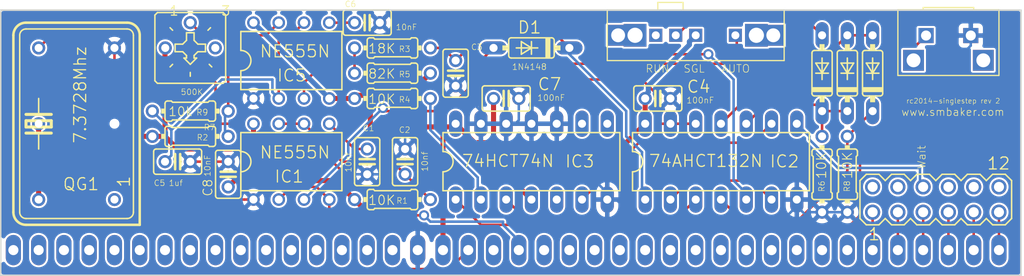
<source format=kicad_pcb>
(kicad_pcb (version 20171130) (host pcbnew 5.1.6)
  (layers (0 Top signal) (31 Bottom signal) (34 B.Paste user) (35 F.Paste user) (36 B.SilkS user) (37 F.SilkS user) (38 B.Mask user) (39 F.Mask user) (44 Edge.Cuts user))
  (net 0 "")
  (net 1 GND)
  (net 2 M1)
  (net 3 N$1)
  (net 4 N$4)
  (net 5 +5V)
  (net 6 N$6)
  (net 7 N$13)
  (net 8 N$14)
  (net 9 N$16)
  (net 10 WAIT)
  (net 11 N$2)
  (net 12 N$5)
  (net 13 N$7)
  (net 14 N$12)
  (net 15 ENABLE_AUTOSTEP)
  (net 16 N$15)
  (net 17 ENABLE_STEP)
  (net 18 N$3)
  (net 19 N$8)
  (net 20 N$9)
  (net 21 N$11)
  (net 22 N$17)
  (net 23 N$18)
  (net 24 N$19)
  (net 25 N$20)
  (net 26 N$21)
  (net 27 N$23)
  (net 28 N$22)
  (net 29 CLK)
  (module "" (layer Top) (at 108.6611 103.0936)
    (fp_text reference @HOLE0 hide)
    (fp_text value "" (at 0 0) (layer F.SilkS) (effects (font (size 1.27 1.27))))
    (pad "" np_thru_hole circle (at 0 0) (size 0.6 0.6) (drill 0.6) (layers *.Cu *.Mask))
  )
  (module e74063ff4c06439ef6c34559e91c7bf2:C025-025X050 (layer Top) (at 134.0611 106.9036 270)
    (fp_text reference C1 (at -3.0176 0.4571) (layer F.SilkS) (effects (font (size 0.57912 0.57912) (thickness 0.057912)) (justify left bottom)))
    (fp_text value 10nf (at -0.9856 2.2351 90) (layer F.SilkS) (effects (font (size 0.6 0.6) (thickness 0.06)) (justify right top)))
    (pad 2 thru_hole circle (at 1.27 0 270) (size 1.3208 1.3208) (drill 0.8128) (layers *.Cu *.Mask) (net 1 GND))
    (pad 1 thru_hole circle (at -1.27 0 270) (size 1.3208 1.3208) (drill 0.8128) (layers *.Cu *.Mask) (net 3 N$1))
  )
  (module e74063ff4c06439ef6c34559e91c7bf2:C025-025X050 (layer Top) (at 137.8711 106.9036 90)
    (fp_text reference C2 (at 3.5256 0.5589) (layer F.SilkS) (effects (font (size 0.57912 0.57912) (thickness 0.057912)) (justify right top)))
    (fp_text value 10nf (at -1.0464 2.3369 90) (layer F.SilkS) (effects (font (size 0.6 0.6) (thickness 0.06)) (justify left bottom)))
    (pad 2 thru_hole circle (at 1.27 0 90) (size 1.3208 1.3208) (drill 0.8128) (layers *.Cu *.Mask) (net 1 GND))
    (pad 1 thru_hole circle (at -1.27 0 90) (size 1.3208 1.3208) (drill 0.8128) (layers *.Cu *.Mask) (net 4 N$4))
  )
  (module e74063ff4c06439ef6c34559e91c7bf2:C025-025X050 (layer Top) (at 142.9511 98.0136 270)
    (fp_text reference C3 (at -2.286 -1.524) (layer F.SilkS) (effects (font (size 0.57912 0.57912) (thickness 0.057912)) (justify left bottom)))
    (fp_text value "")
    (pad 2 thru_hole circle (at 1.27 0 270) (size 1.3208 1.3208) (drill 0.8128) (layers *.Cu *.Mask) (net 1 GND))
    (pad 1 thru_hole circle (at -1.27 0 270) (size 1.3208 1.3208) (drill 0.8128) (layers *.Cu *.Mask) (net 19 N$8))
  )
  (module e74063ff4c06439ef6c34559e91c7bf2:C025-025X050 (layer Top) (at 115.0111 106.9036)
    (fp_text reference C5 (at -1.2191 1.8084) (layer F.SilkS) (effects (font (size 0.57912 0.57912) (thickness 0.057912)) (justify right top)))
    (fp_text value 1uf (at 0.5589 1.8084) (layer F.SilkS) (effects (font (size 0.57912 0.57912) (thickness 0.057912)) (justify right top)))
    (pad 2 thru_hole circle (at 1.27 0) (size 1.3208 1.3208) (drill 0.8128) (layers *.Cu *.Mask) (net 1 GND))
    (pad 1 thru_hole circle (at -1.27 0) (size 1.3208 1.3208) (drill 0.8128) (layers *.Cu *.Mask) (net 12 N$5))
  )
  (module e74063ff4c06439ef6c34559e91c7bf2:C025-025X050 (layer Top) (at 134.0611 92.9336)
    (fp_text reference C6 (at -2.286 -1.524) (layer F.SilkS) (effects (font (size 0.57912 0.57912) (thickness 0.057912)) (justify left bottom)))
    (fp_text value 10nF (at 2.8449 0.7924) (layer F.SilkS) (effects (font (size 0.57912 0.57912) (thickness 0.057912)) (justify left bottom)))
    (pad 2 thru_hole circle (at 1.27 0) (size 1.3208 1.3208) (drill 0.8128) (layers *.Cu *.Mask) (net 1 GND))
    (pad 1 thru_hole circle (at -1.27 0) (size 1.3208 1.3208) (drill 0.8128) (layers *.Cu *.Mask) (net 13 N$7))
  )
  (module e74063ff4c06439ef6c34559e91c7bf2:DO35-7 (layer Top) (at 150.5711 95.4736 180)
    (fp_text reference D1 (at -1.0669 2.7636 180) (layer F.SilkS) (effects (font (size 1.2065 1.2065) (thickness 0.127)) (justify right top)))
    (fp_text value 1N4148 (at -1.5749 -1.5544 180) (layer F.SilkS) (effects (font (size 0.6 0.6) (thickness 0.06)) (justify right top)))
    (pad A thru_hole oval (at 3.81 0 180) (size 2.6416 1.3208) (drill 0.8128) (layers *.Cu *.Mask) (net 18 N$3))
    (pad C thru_hole oval (at -3.81 0 180) (size 2.6416 1.3208) (drill 0.8128) (layers *.Cu *.Mask) (net 19 N$8))
  )
  (module e74063ff4c06439ef6c34559e91c7bf2:DIL08 (layer Top) (at 126.4411 106.9036)
    (fp_text reference IC1 (at 1.3209 0.7924) (layer F.SilkS) (effects (font (size 1.2065 1.2065) (thickness 0.12065)) (justify right top)))
    (fp_text value NE555N (at -3.2511 -0.2236) (layer F.SilkS) (effects (font (size 1.2065 1.2065) (thickness 0.12065)) (justify left bottom)))
    (pad 5 thru_hole circle (at 3.81 -3.81 90) (size 1.27 1.27) (drill 0.8128) (layers *.Cu *.Mask) (net 3 N$1))
    (pad 6 thru_hole circle (at 1.27 -3.81 90) (size 1.27 1.27) (drill 0.8128) (layers *.Cu *.Mask) (net 4 N$4))
    (pad 4 thru_hole circle (at 3.81 3.81 90) (size 1.27 1.27) (drill 0.8128) (layers *.Cu *.Mask) (net 2 M1))
    (pad 3 thru_hole circle (at 1.27 3.81 90) (size 1.27 1.27) (drill 0.8128) (layers *.Cu *.Mask) (net 6 N$6))
    (pad 8 thru_hole circle (at -3.81 -3.81 90) (size 1.27 1.27) (drill 0.8128) (layers *.Cu *.Mask) (net 5 +5V))
    (pad 7 thru_hole circle (at -1.27 -3.81 90) (size 1.27 1.27) (drill 0.8128) (layers *.Cu *.Mask) (net 4 N$4))
    (pad 2 thru_hole circle (at -1.27 3.81 90) (size 1.27 1.27) (drill 0.8128) (layers *.Cu *.Mask) (net 2 M1))
    (pad 1 thru_hole circle (at -3.81 3.81 90) (size 1.27 1.27) (drill 0.8128) (layers *.Cu *.Mask) (net 1 GND))
  )
  (module e74063ff4c06439ef6c34559e91c7bf2:DIL14 (layer Top) (at 169.6211 106.9036)
    (fp_text reference IC2 (at 7.9249 -0.7316) (layer F.SilkS) (effects (font (size 1.2065 1.2065) (thickness 0.12065)) (justify right top)))
    (fp_text value 74AHCT132N (at -7.3151 0.635) (layer F.SilkS) (effects (font (size 1.2065 1.2065) (thickness 0.12065)) (justify left bottom)))
    (pad 14 thru_hole oval (at -7.62 -3.81 90) (size 2.6416 1.3208) (drill 0.8128) (layers *.Cu *.Mask) (net 5 +5V))
    (pad 13 thru_hole oval (at -5.08 -3.81 90) (size 2.6416 1.3208) (drill 0.8128) (layers *.Cu *.Mask) (net 6 N$6))
    (pad 12 thru_hole oval (at -2.54 -3.81 90) (size 2.6416 1.3208) (drill 0.8128) (layers *.Cu *.Mask) (net 6 N$6))
    (pad 11 thru_hole oval (at 0 -3.81 90) (size 2.6416 1.3208) (drill 0.8128) (layers *.Cu *.Mask) (net 8 N$14))
    (pad 10 thru_hole oval (at 2.54 -3.81 90) (size 2.6416 1.3208) (drill 0.8128) (layers *.Cu *.Mask) (net 17 ENABLE_STEP))
    (pad 9 thru_hole oval (at 5.08 -3.81 90) (size 2.6416 1.3208) (drill 0.8128) (layers *.Cu *.Mask) (net 9 N$16))
    (pad 5 thru_hole oval (at 2.54 3.81 90) (size 2.6416 1.3208) (drill 0.8128) (layers *.Cu *.Mask) (net 14 N$12))
    (pad 6 thru_hole oval (at 5.08 3.81 90) (size 2.6416 1.3208) (drill 0.8128) (layers *.Cu *.Mask) (net 16 N$15))
    (pad 4 thru_hole oval (at 0 3.81 90) (size 2.6416 1.3208) (drill 0.8128) (layers *.Cu *.Mask) (net 15 ENABLE_AUTOSTEP))
    (pad 3 thru_hole oval (at -2.54 3.81 90) (size 2.6416 1.3208) (drill 0.8128) (layers *.Cu *.Mask) (net 20 N$9))
    (pad 8 thru_hole oval (at 7.62 -3.81 90) (size 2.6416 1.3208) (drill 0.8128) (layers *.Cu *.Mask) (net 10 WAIT))
    (pad 7 thru_hole oval (at 7.62 3.81 90) (size 2.6416 1.3208) (drill 0.8128) (layers *.Cu *.Mask) (net 1 GND))
    (pad 2 thru_hole oval (at -5.08 3.81 90) (size 2.6416 1.3208) (drill 0.8128) (layers *.Cu *.Mask) (net 16 N$15))
    (pad 1 thru_hole oval (at -7.62 3.81 90) (size 2.6416 1.3208) (drill 0.8128) (layers *.Cu *.Mask) (net 19 N$8))
  )
  (module e74063ff4c06439ef6c34559e91c7bf2:DIL14 (layer Top) (at 150.5711 106.9036)
    (fp_text reference IC3 (at 6.4009 -0.7316) (layer F.SilkS) (effects (font (size 1.2065 1.2065) (thickness 0.12065)) (justify right top)))
    (fp_text value 74HCT74N (at -7.0611 0.635) (layer F.SilkS) (effects (font (size 1.2065 1.2065) (thickness 0.12065)) (justify left bottom)))
    (pad 14 thru_hole oval (at -7.62 -3.81 90) (size 2.6416 1.3208) (drill 0.8128) (layers *.Cu *.Mask) (net 5 +5V))
    (pad 13 thru_hole oval (at -5.08 -3.81 90) (size 2.6416 1.3208) (drill 0.8128) (layers *.Cu *.Mask) (net 1 GND))
    (pad 12 thru_hole oval (at -2.54 -3.81 90) (size 2.6416 1.3208) (drill 0.8128) (layers *.Cu *.Mask) (net 1 GND))
    (pad 11 thru_hole oval (at 0 -3.81 90) (size 2.6416 1.3208) (drill 0.8128) (layers *.Cu *.Mask) (net 1 GND))
    (pad 10 thru_hole oval (at 2.54 -3.81 90) (size 2.6416 1.3208) (drill 0.8128) (layers *.Cu *.Mask) (net 1 GND))
    (pad 9 thru_hole oval (at 5.08 -3.81 90) (size 2.6416 1.3208) (drill 0.8128) (layers *.Cu *.Mask))
    (pad 5 thru_hole oval (at 2.54 3.81 90) (size 2.6416 1.3208) (drill 0.8128) (layers *.Cu *.Mask))
    (pad 6 thru_hole oval (at 5.08 3.81 90) (size 2.6416 1.3208) (drill 0.8128) (layers *.Cu *.Mask) (net 9 N$16))
    (pad 4 thru_hole oval (at 0 3.81 90) (size 2.6416 1.3208) (drill 0.8128) (layers *.Cu *.Mask) (net 5 +5V))
    (pad 3 thru_hole oval (at -2.54 3.81 90) (size 2.6416 1.3208) (drill 0.8128) (layers *.Cu *.Mask) (net 20 N$9))
    (pad 8 thru_hole oval (at 7.62 -3.81 90) (size 2.6416 1.3208) (drill 0.8128) (layers *.Cu *.Mask))
    (pad 7 thru_hole oval (at 7.62 3.81 90) (size 2.6416 1.3208) (drill 0.8128) (layers *.Cu *.Mask) (net 1 GND))
    (pad 2 thru_hole oval (at -5.08 3.81 90) (size 2.6416 1.3208) (drill 0.8128) (layers *.Cu *.Mask) (net 7 N$13))
    (pad 1 thru_hole oval (at -7.62 3.81 90) (size 2.6416 1.3208) (drill 0.8128) (layers *.Cu *.Mask) (net 8 N$14))
  )
  (module e74063ff4c06439ef6c34559e91c7bf2:DIL08 (layer Top) (at 126.4411 96.7436)
    (fp_text reference IC5 (at 1.5749 0.7924) (layer F.SilkS) (effects (font (size 1.2065 1.2065) (thickness 0.12065)) (justify right top)))
    (fp_text value NE555N (at -3.2511 -0.2236) (layer F.SilkS) (effects (font (size 1.2065 1.2065) (thickness 0.12065)) (justify left bottom)))
    (pad 5 thru_hole circle (at 3.81 -3.81 90) (size 1.27 1.27) (drill 0.8128) (layers *.Cu *.Mask) (net 13 N$7))
    (pad 6 thru_hole circle (at 1.27 -3.81 90) (size 1.27 1.27) (drill 0.8128) (layers *.Cu *.Mask) (net 12 N$5))
    (pad 4 thru_hole circle (at 3.81 3.81 90) (size 1.27 1.27) (drill 0.8128) (layers *.Cu *.Mask) (net 5 +5V))
    (pad 3 thru_hole circle (at 1.27 3.81 90) (size 1.27 1.27) (drill 0.8128) (layers *.Cu *.Mask) (net 14 N$12))
    (pad 8 thru_hole circle (at -3.81 -3.81 90) (size 1.27 1.27) (drill 0.8128) (layers *.Cu *.Mask) (net 5 +5V))
    (pad 7 thru_hole circle (at -1.27 -3.81 90) (size 1.27 1.27) (drill 0.8128) (layers *.Cu *.Mask) (net 11 N$2))
    (pad 2 thru_hole circle (at -1.27 3.81 90) (size 1.27 1.27) (drill 0.8128) (layers *.Cu *.Mask) (net 12 N$5))
    (pad 1 thru_hole circle (at -3.81 3.81 90) (size 1.27 1.27) (drill 0.8128) (layers *.Cu *.Mask) (net 1 GND))
  )
  (module e74063ff4c06439ef6c34559e91c7bf2:0204_7 (layer Top) (at 136.6011 110.7136 180)
    (fp_text reference R1 (at -1.5749 0.2236) (layer F.SilkS) (effects (font (size 0.57912 0.57912) (thickness 0.057912)) (justify right top)))
    (fp_text value 10K (at -0.3556 0.4826) (layer F.SilkS) (effects (font (size 0.94107 0.94107) (thickness 0.094107)) (justify right top)))
    (pad 2 thru_hole circle (at 3.81 0 180) (size 1.3208 1.3208) (drill 0.8128) (layers *.Cu *.Mask) (net 5 +5V))
    (pad 1 thru_hole circle (at -3.81 0 180) (size 1.3208 1.3208) (drill 0.8128) (layers *.Cu *.Mask) (net 4 N$4))
  )
  (module e74063ff4c06439ef6c34559e91c7bf2:0204_7 (layer Top) (at 116.2811 104.3636 180)
    (fp_text reference R2 (at -1.8289 0.2236) (layer F.SilkS) (effects (font (size 0.57912 0.57912) (thickness 0.057912)) (justify right top)))
    (fp_text value "")
    (pad 2 thru_hole circle (at 3.81 0 180) (size 1.3208 1.3208) (drill 0.8128) (layers *.Cu *.Mask) (net 5 +5V))
    (pad 1 thru_hole circle (at -3.81 0 180) (size 1.3208 1.3208) (drill 0.8128) (layers *.Cu *.Mask) (net 11 N$2))
  )
  (module e74063ff4c06439ef6c34559e91c7bf2:0204_7 (layer Top) (at 136.6011 95.4736 180)
    (fp_text reference R3 (at -1.8289 0.2236) (layer F.SilkS) (effects (font (size 0.57912 0.57912) (thickness 0.057912)) (justify right top)))
    (fp_text value 18K (at -0.3556 0.4826) (layer F.SilkS) (effects (font (size 0.94107 0.94107) (thickness 0.094107)) (justify right top)))
    (pad 2 thru_hole circle (at 3.81 0 180) (size 1.3208 1.3208) (drill 0.8128) (layers *.Cu *.Mask) (net 18 N$3))
    (pad 1 thru_hole circle (at -3.81 0 180) (size 1.3208 1.3208) (drill 0.8128) (layers *.Cu *.Mask) (net 19 N$8))
  )
  (module e74063ff4c06439ef6c34559e91c7bf2:0204_7 (layer Top) (at 136.6011 100.5536 180)
    (fp_text reference R4 (at -1.8289 0.2236) (layer F.SilkS) (effects (font (size 0.57912 0.57912) (thickness 0.057912)) (justify right top)))
    (fp_text value 10K (at -0.3556 0.4826) (layer F.SilkS) (effects (font (size 0.94107 0.94107) (thickness 0.094107)) (justify right top)))
    (pad 2 thru_hole circle (at 3.81 0 180) (size 1.3208 1.3208) (drill 0.8128) (layers *.Cu *.Mask) (net 5 +5V))
    (pad 1 thru_hole circle (at -3.81 0 180) (size 1.3208 1.3208) (drill 0.8128) (layers *.Cu *.Mask) (net 7 N$13))
  )
  (module e74063ff4c06439ef6c34559e91c7bf2:0204_7 (layer Top) (at 136.6011 98.0136 180)
    (fp_text reference R5 (at -1.8289 0.2236) (layer F.SilkS) (effects (font (size 0.57912 0.57912) (thickness 0.057912)) (justify right top)))
    (fp_text value 82K (at -0.3556 0.4826) (layer F.SilkS) (effects (font (size 0.94107 0.94107) (thickness 0.094107)) (justify right top)))
    (pad 2 thru_hole circle (at 3.81 0 180) (size 1.3208 1.3208) (drill 0.8128) (layers *.Cu *.Mask) (net 18 N$3))
    (pad 1 thru_hole circle (at -3.81 0 180) (size 1.3208 1.3208) (drill 0.8128) (layers *.Cu *.Mask) (net 5 +5V))
  )
  (module e74063ff4c06439ef6c34559e91c7bf2:0204_7 (layer Top) (at 116.2811 101.8236 180)
    (fp_text reference R7 (at -2.54 -1.2954) (layer F.SilkS) (effects (font (size 0.57912 0.57912) (thickness 0.057912)) (justify right top)))
    (fp_text value 10k (at -0.3049 0.4776) (layer F.SilkS) (effects (font (size 0.9 0.9) (thickness 0.09)) (justify right top)))
    (pad 2 thru_hole circle (at 3.81 0 180) (size 1.3208 1.3208) (drill 0.8128) (layers *.Cu *.Mask) (net 12 N$5))
    (pad 1 thru_hole circle (at -3.81 0 180) (size 1.3208 1.3208) (drill 0.8128) (layers *.Cu *.Mask) (net 11 N$2))
  )
  (module e74063ff4c06439ef6c34559e91c7bf2:MA06-2 (layer Top) (at 191.2111 110.7136)
    (fp_text reference SV1 hide)
    (fp_text value "")
    (fp_text user 12 (at 5.08 -2.921) (layer F.SilkS) (effects (font (size 1.2065 1.2065) (thickness 0.127)) (justify left bottom)))
    (fp_text user 1 (at -6.858 4.191) (layer F.SilkS) (effects (font (size 1.2065 1.2065) (thickness 0.127)) (justify left bottom)))
    (pad 12 thru_hole circle (at 6.35 -1.27) (size 1.524 1.524) (drill 1.016) (layers *.Cu *.Mask))
    (pad 10 thru_hole circle (at 3.81 -1.27) (size 1.524 1.524) (drill 1.016) (layers *.Cu *.Mask))
    (pad 8 thru_hole circle (at 1.27 -1.27) (size 1.524 1.524) (drill 1.016) (layers *.Cu *.Mask))
    (pad 6 thru_hole circle (at -1.27 -1.27) (size 1.524 1.524) (drill 1.016) (layers *.Cu *.Mask) (net 10 WAIT))
    (pad 4 thru_hole circle (at -3.81 -1.27) (size 1.524 1.524) (drill 1.016) (layers *.Cu *.Mask))
    (pad 2 thru_hole circle (at -6.35 -1.27) (size 1.524 1.524) (drill 1.016) (layers *.Cu *.Mask))
    (pad 11 thru_hole circle (at 6.35 1.27) (size 1.524 1.524) (drill 1.016) (layers *.Cu *.Mask) (net 21 N$11))
    (pad 9 thru_hole circle (at 3.81 1.27) (size 1.524 1.524) (drill 1.016) (layers *.Cu *.Mask) (net 22 N$17))
    (pad 7 thru_hole circle (at 1.27 1.27) (size 1.524 1.524) (drill 1.016) (layers *.Cu *.Mask) (net 23 N$18))
    (pad 5 thru_hole circle (at -1.27 1.27) (size 1.524 1.524) (drill 1.016) (layers *.Cu *.Mask) (net 24 N$19))
    (pad 3 thru_hole circle (at -3.81 1.27) (size 1.524 1.524) (drill 1.016) (layers *.Cu *.Mask) (net 25 N$20))
    (pad 1 thru_hole circle (at -6.35 1.27) (size 1.524 1.524) (drill 1.016) (layers *.Cu *.Mask) (net 26 N$21))
  )
  (module e74063ff4c06439ef6c34559e91c7bf2:SIP40 (layer Top) (at 146.7611 115.7936)
    (fp_text reference CON1 hide)
    (fp_text value " RC2014 Backplane" hide)
    (pad 21 thru_hole oval (at 2.54 0 90) (size 3.048 1.524) (drill 1.016) (layers *.Cu *.Mask) (net 29 CLK))
    (pad 22 thru_hole oval (at 5.08 0 90) (size 3.048 1.524) (drill 1.016) (layers *.Cu *.Mask))
    (pad 23 thru_hole oval (at 7.62 0 90) (size 3.048 1.524) (drill 1.016) (layers *.Cu *.Mask))
    (pad 24 thru_hole oval (at 10.16 0 90) (size 3.048 1.524) (drill 1.016) (layers *.Cu *.Mask))
    (pad 25 thru_hole oval (at 12.7 0 90) (size 3.048 1.524) (drill 1.016) (layers *.Cu *.Mask))
    (pad 26 thru_hole oval (at 15.24 0 90) (size 3.048 1.524) (drill 1.016) (layers *.Cu *.Mask))
    (pad 27 thru_hole oval (at 17.78 0 90) (size 3.048 1.524) (drill 1.016) (layers *.Cu *.Mask))
    (pad 28 thru_hole oval (at 20.32 0 90) (size 3.048 1.524) (drill 1.016) (layers *.Cu *.Mask))
    (pad 29 thru_hole oval (at 22.86 0 90) (size 3.048 1.524) (drill 1.016) (layers *.Cu *.Mask))
    (pad 30 thru_hole oval (at 25.4 0 90) (size 3.048 1.524) (drill 1.016) (layers *.Cu *.Mask))
    (pad 31 thru_hole oval (at 27.94 0 90) (size 3.048 1.524) (drill 1.016) (layers *.Cu *.Mask))
    (pad 32 thru_hole oval (at 30.48 0 90) (size 3.048 1.524) (drill 1.016) (layers *.Cu *.Mask))
    (pad 33 thru_hole oval (at 33.02 0 90) (size 3.048 1.524) (drill 1.016) (layers *.Cu *.Mask))
    (pad 34 thru_hole oval (at 35.56 0 90) (size 3.048 1.524) (drill 1.016) (layers *.Cu *.Mask))
    (pad 35 thru_hole oval (at 38.1 0 90) (size 3.048 1.524) (drill 1.016) (layers *.Cu *.Mask) (net 26 N$21))
    (pad 36 thru_hole oval (at 40.64 0 90) (size 3.048 1.524) (drill 1.016) (layers *.Cu *.Mask) (net 25 N$20))
    (pad 37 thru_hole oval (at 43.18 0 90) (size 3.048 1.524) (drill 1.016) (layers *.Cu *.Mask) (net 24 N$19))
    (pad 38 thru_hole oval (at 45.72 0 90) (size 3.048 1.524) (drill 1.016) (layers *.Cu *.Mask) (net 23 N$18))
    (pad 39 thru_hole oval (at 48.26 0 90) (size 3.048 1.524) (drill 1.016) (layers *.Cu *.Mask) (net 22 N$17))
    (pad 40 thru_hole oval (at 50.8 0 90) (size 3.048 1.524) (drill 1.016) (layers *.Cu *.Mask) (net 21 N$11))
    (pad 3 thru_hole oval (at -43.18 0 90) (size 3.048 1.524) (drill 1.016) (layers *.Cu *.Mask))
    (pad 1 thru_hole oval (at -48.26 0 90) (size 3.048 1.524) (drill 1.016) (layers *.Cu *.Mask))
    (pad 2 thru_hole oval (at -45.72 0 90) (size 3.048 1.524) (drill 1.016) (layers *.Cu *.Mask))
    (pad 4 thru_hole oval (at -40.64 0 90) (size 3.048 1.524) (drill 1.016) (layers *.Cu *.Mask))
    (pad 5 thru_hole oval (at -38.1 0 90) (size 3.048 1.524) (drill 1.016) (layers *.Cu *.Mask))
    (pad 6 thru_hole oval (at -35.56 0 90) (size 3.048 1.524) (drill 1.016) (layers *.Cu *.Mask))
    (pad 7 thru_hole oval (at -33.02 0 90) (size 3.048 1.524) (drill 1.016) (layers *.Cu *.Mask))
    (pad 8 thru_hole oval (at -30.48 0 90) (size 3.048 1.524) (drill 1.016) (layers *.Cu *.Mask))
    (pad 9 thru_hole oval (at -27.94 0 90) (size 3.048 1.524) (drill 1.016) (layers *.Cu *.Mask))
    (pad 10 thru_hole oval (at -25.4 0 90) (size 3.048 1.524) (drill 1.016) (layers *.Cu *.Mask))
    (pad 11 thru_hole oval (at -22.86 0 90) (size 3.048 1.524) (drill 1.016) (layers *.Cu *.Mask))
    (pad 12 thru_hole oval (at -20.32 0 90) (size 3.048 1.524) (drill 1.016) (layers *.Cu *.Mask))
    (pad 13 thru_hole oval (at -17.78 0 90) (size 3.048 1.524) (drill 1.016) (layers *.Cu *.Mask))
    (pad 14 thru_hole oval (at -15.24 0 90) (size 3.048 1.524) (drill 1.016) (layers *.Cu *.Mask))
    (pad 15 thru_hole oval (at -12.7 0 90) (size 3.048 1.524) (drill 1.016) (layers *.Cu *.Mask))
    (pad 16 thru_hole oval (at -10.16 0 90) (size 3.048 1.524) (drill 1.016) (layers *.Cu *.Mask))
    (pad 17 thru_hole oval (at -7.62 0 90) (size 3.048 1.524) (drill 1.016) (layers *.Cu *.Mask) (net 1 GND))
    (pad 18 thru_hole oval (at -5.08 0 90) (size 3.048 1.524) (drill 1.016) (layers *.Cu *.Mask) (net 5 +5V))
    (pad 19 thru_hole oval (at -2.54 0 90) (size 3.048 1.524) (drill 1.016) (layers *.Cu *.Mask) (net 2 M1))
    (pad 20 thru_hole oval (at 0 0 90) (size 3.048 1.524) (drill 1.016) (layers *.Cu *.Mask))
  )
  (module e74063ff4c06439ef6c34559e91c7bf2:3PSLIDE (layer Top) (at 167.0811 94.2036 180)
    (fp_text reference U$3 hide)
    (fp_text value SWITCH_SLIDE_SP3T hide)
    (pad NC1 thru_hole rect (at -7.7978 0 180) (size 2.0955 2.0955) (drill 1.397) (layers *.Cu *.Mask))
    (pad NC4 thru_hole rect (at 7.7978 0 180) (size 2.0955 2.0955) (drill 1.397) (layers *.Cu *.Mask))
    (pad NC3 thru_hole rect (at 6.096 0 180) (size 2.286 2.286) (drill 1.524) (layers *.Cu *.Mask))
    (pad NC2 thru_hole rect (at -6.096 0 180) (size 2.286 2.286) (drill 1.524) (layers *.Cu *.Mask))
    (pad P1 thru_hole rect (at -3.9878 0 180) (size 1.308 1.308) (drill 0.8) (layers *.Cu *.Mask) (net 27 N$23))
    (pad P4 thru_hole rect (at 4.0132 0 180) (size 1.308 1.308) (drill 0.8) (layers *.Cu *.Mask))
    (pad P3 thru_hole rect (at 2.0066 0 180) (size 1.308 1.308) (drill 0.8) (layers *.Cu *.Mask) (net 28 N$22))
    (pad P2 thru_hole rect (at 0 0 180) (size 1.308 1.308) (drill 0.8) (layers *.Cu *.Mask) (net 5 +5V))
  )
  (module e74063ff4c06439ef6c34559e91c7bf2:BUTTON_RA (layer Top) (at 192.4811 95.4736 180)
    (fp_text reference U$4 hide)
    (fp_text value BUTTON_RA hide)
    (pad NC2 thru_hole rect (at 3.5052 -1.2446 180) (size 2.0955 2.0955) (drill 1.397) (layers *.Cu *.Mask))
    (pad NC1 thru_hole rect (at -3.5052 -1.2446 180) (size 2.0955 2.0955) (drill 1.397) (layers *.Cu *.Mask))
    (pad P$2 thru_hole rect (at 2.2479 1.2446 180) (size 1.524 1.524) (drill 1.016) (layers *.Cu *.Mask) (net 18 N$3))
    (pad P$1 thru_hole rect (at -2.2479 1.2446 180) (size 1.524 1.524) (drill 1.016) (layers *.Cu *.Mask) (net 1 GND))
  )
  (module e74063ff4c06439ef6c34559e91c7bf2:DO35-7 (layer Top) (at 179.7811 98.0136 90)
    (fp_text reference D1 hide)
    (fp_text value 1N4148 hide)
    (pad A thru_hole oval (at 3.81 0 90) (size 2.6416 1.3208) (drill 0.8128) (layers *.Cu *.Mask) (net 28 N$22))
    (pad C thru_hole oval (at -3.81 0 90) (size 2.6416 1.3208) (drill 0.8128) (layers *.Cu *.Mask) (net 17 ENABLE_STEP))
  )
  (module e74063ff4c06439ef6c34559e91c7bf2:DO35-7 (layer Top) (at 182.3211 98.0136 90)
    (fp_text reference D1-OPT2 hide)
    (fp_text value 1N4148 hide)
    (pad A thru_hole oval (at 3.81 0 90) (size 2.6416 1.3208) (drill 0.8128) (layers *.Cu *.Mask) (net 27 N$23))
    (pad C thru_hole oval (at -3.81 0 90) (size 2.6416 1.3208) (drill 0.8128) (layers *.Cu *.Mask) (net 17 ENABLE_STEP))
  )
  (module e74063ff4c06439ef6c34559e91c7bf2:DO35-7 (layer Top) (at 184.8611 98.0136 90)
    (fp_text reference D1-OPT3 hide)
    (fp_text value 1N4148 hide)
    (pad A thru_hole oval (at 3.81 0 90) (size 2.6416 1.3208) (drill 0.8128) (layers *.Cu *.Mask) (net 27 N$23))
    (pad C thru_hole oval (at -3.81 0 90) (size 2.6416 1.3208) (drill 0.8128) (layers *.Cu *.Mask) (net 15 ENABLE_AUTOSTEP))
  )
  (module e74063ff4c06439ef6c34559e91c7bf2:0204_7 (layer Top) (at 179.7811 108.1736 90)
    (fp_text reference R6 (at -1.8084 0.3049 90) (layer F.SilkS) (effects (font (size 0.57912 0.57912) (thickness 0.057912)) (justify left bottom)))
    (fp_text value 10K (at -0.5384 0.4826 90) (layer F.SilkS) (effects (font (size 0.94107 0.94107) (thickness 0.094107)) (justify left bottom)))
    (pad 2 thru_hole circle (at 3.81 0 90) (size 1.3208 1.3208) (drill 0.8128) (layers *.Cu *.Mask) (net 17 ENABLE_STEP))
    (pad 1 thru_hole circle (at -3.81 0 90) (size 1.3208 1.3208) (drill 0.8128) (layers *.Cu *.Mask) (net 1 GND))
  )
  (module e74063ff4c06439ef6c34559e91c7bf2:0204_7 (layer Top) (at 182.3211 108.1736 90)
    (fp_text reference R8 (at -1.8084 0.3049 90) (layer F.SilkS) (effects (font (size 0.57912 0.57912) (thickness 0.057912)) (justify left bottom)))
    (fp_text value 10K (at -0.5384 0.5589 90) (layer F.SilkS) (effects (font (size 0.94107 0.94107) (thickness 0.094107)) (justify left bottom)))
    (pad 2 thru_hole circle (at 3.81 0 90) (size 1.3208 1.3208) (drill 0.8128) (layers *.Cu *.Mask) (net 15 ENABLE_AUTOSTEP))
    (pad 1 thru_hole circle (at -3.81 0 90) (size 1.3208 1.3208) (drill 0.8128) (layers *.Cu *.Mask) (net 1 GND))
  )
  (module e74063ff4c06439ef6c34559e91c7bf2:DIL14S (layer Top) (at 104.8511 103.0936 90)
    (fp_text reference QG1 (at -5.3644 2.3369) (layer F.SilkS) (effects (font (size 1.2065 1.2065) (thickness 0.12065)) (justify right top)))
    (fp_text value 7.3728Mhz (at -2.0624 1.0669 90) (layer F.SilkS) (effects (font (size 1.2065 1.2065) (thickness 0.12065)) (justify left bottom)))
    (fp_text user 1 (at -6.477 5.461 90) (layer F.SilkS) (effects (font (size 1.2065 1.2065) (thickness 0.127)) (justify left bottom)))
    (pad 14 thru_hole circle (at -7.62 -3.81 90) (size 1.3208 1.3208) (drill 0.8128) (layers *.Cu *.Mask) (net 5 +5V))
    (pad 8 thru_hole circle (at 7.62 -3.81 90) (size 1.3208 1.3208) (drill 0.8128) (layers *.Cu *.Mask) (net 29 CLK))
    (pad 7 thru_hole circle (at 7.62 3.81 90) (size 1.3208 1.3208) (drill 0.8128) (layers *.Cu *.Mask) (net 1 GND))
    (pad 1 thru_hole circle (at -7.62 3.81 90) (size 1.3208 1.3208) (drill 0.8128) (layers *.Cu *.Mask))
  )
  (module e74063ff4c06439ef6c34559e91c7bf2:SMALL_TP (layer Top) (at 101.0411 103.0936)
    (fp_text reference U$2 hide)
    (fp_text value SMALL_TP hide)
    (pad TP thru_hole circle (at 0 0) (size 1.308 1.308) (drill 0.8) (layers *.Cu *.Mask) (net 5 +5V))
  )
  (module e74063ff4c06439ef6c34559e91c7bf2:CT6 (layer Top) (at 116.2811 95.4736 180)
    (fp_text reference R9 (at -1.8289 -6.1264 180) (layer F.SilkS) (effects (font (size 0.6 0.6) (thickness 0.06)) (justify right top)))
    (fp_text value 500K (at -1.3209 -4.0944) (layer F.SilkS) (effects (font (size 0.57912 0.57912) (thickness 0.057912)) (justify right top)))
    (fp_text user 1 (at 2.159 3.175 180) (layer F.SilkS) (effects (font (size 0.94107 0.94107) (thickness 0.118872)) (justify left bottom)))
    (fp_text user 3 (at -3.048 3.175 180) (layer F.SilkS) (effects (font (size 0.94107 0.94107) (thickness 0.118872)) (justify left bottom)))
    (pad S thru_hole circle (at 0 2.54 180) (size 1.3208 1.3208) (drill 0.8128) (layers *.Cu *.Mask) (net 11 N$2))
    (pad E thru_hole circle (at -2.5146 0 180) (size 1.3208 1.3208) (drill 0.8128) (layers *.Cu *.Mask))
    (pad A thru_hole circle (at 2.5146 0 180) (size 1.3208 1.3208) (drill 0.8128) (layers *.Cu *.Mask) (net 5 +5V))
  )
  (module e74063ff4c06439ef6c34559e91c7bf2:C025-025X050 (layer Top) (at 163.2711 100.5536)
    (fp_text reference C4 (at 2.8449 -0.4776) (layer F.SilkS) (effects (font (size 1.2065 1.2065) (thickness 0.127)) (justify left bottom)))
    (fp_text value 100nF (at 2.8449 0.5384) (layer F.SilkS) (effects (font (size 0.6 0.6) (thickness 0.06)) (justify left bottom)))
    (pad 2 thru_hole circle (at 1.27 0) (size 1.3208 1.3208) (drill 0.8128) (layers *.Cu *.Mask) (net 1 GND))
    (pad 1 thru_hole circle (at -1.27 0) (size 1.3208 1.3208) (drill 0.8128) (layers *.Cu *.Mask) (net 5 +5V))
  )
  (module e74063ff4c06439ef6c34559e91c7bf2:C025-025X050 (layer Top) (at 148.0311 100.5536)
    (fp_text reference C7 (at 3.0989 -0.7316) (layer F.SilkS) (effects (font (size 1.2065 1.2065) (thickness 0.127)) (justify left bottom)))
    (fp_text value 100nF (at 3.0989 0.2844) (layer F.SilkS) (effects (font (size 0.6 0.6) (thickness 0.06)) (justify left bottom)))
    (pad 2 thru_hole circle (at 1.27 0) (size 1.3208 1.3208) (drill 0.8128) (layers *.Cu *.Mask) (net 1 GND))
    (pad 1 thru_hole circle (at -1.27 0) (size 1.3208 1.3208) (drill 0.8128) (layers *.Cu *.Mask) (net 5 +5V))
  )
  (module e74063ff4c06439ef6c34559e91c7bf2:C025-025X050 (layer Top) (at 120.0911 108.1736 90)
    (fp_text reference C8 (at -2.286 -1.524 90) (layer F.SilkS) (effects (font (size 0.9 0.9) (thickness 0.09)) (justify left bottom)))
    (fp_text value 10nF (at -0.2844 -1.7271 90) (layer F.SilkS) (effects (font (size 0.6 0.6) (thickness 0.06)) (justify left bottom)))
    (pad 2 thru_hole circle (at 1.27 0 90) (size 1.3208 1.3208) (drill 0.8128) (layers *.Cu *.Mask) (net 1 GND))
    (pad 1 thru_hole circle (at -1.27 0 90) (size 1.3208 1.3208) (drill 0.8128) (layers *.Cu *.Mask) (net 5 +5V))
  )
  (gr_line (start 97.2311 118.3336) (end 199.7711 118.3336) (layer Edge.Cuts) (width 0.15))
  (gr_line (start 199.7711 118.3336) (end 199.7711 91.6736) (layer Edge.Cuts) (width 0.15))
  (gr_line (start 199.7711 91.6736) (end 97.2311 91.6736) (layer Edge.Cuts) (width 0.15))
  (gr_line (start 97.2311 91.6736) (end 97.2311 118.3336) (layer Edge.Cuts) (width 0.15))
  (gr_text RUN (at 162.0011 98.0136) (layer F.SilkS) (effects (font (size 0.77216 0.77216) (thickness 0.065024)) (justify left bottom)))
  (gr_text SGL (at 165.8111 98.0136) (layer F.SilkS) (effects (font (size 0.77216 0.77216) (thickness 0.065024)) (justify left bottom)))
  (gr_text AUTO (at 169.6211 98.0136) (layer F.SilkS) (effects (font (size 0.77216 0.77216) (thickness 0.065024)) (justify left bottom)))
  (gr_text www.smbaker.com (at 187.706 102.362) (layer F.SilkS) (effects (font (size 0.77216 0.77216) (thickness 0.065024)) (justify left bottom)))
  (gr_text "rc2014-singlestep rev 2" (at 188.214 101.092) (layer F.SilkS) (effects (font (size 0.5 0.5) (thickness 0.05)) (justify left bottom)))
  (gr_text Wait (at 190.246 107.696 90) (layer F.SilkS) (effects (font (size 0.77216 0.77216) (thickness 0.065024)) (justify left bottom)))
  (segment (start 115.620701 107.563999) (end 116.2811 106.9036) (width 0.25) (layer Top) (net 1))
  (segment (start 100.568107 111.699001) (end 111.485699 111.699001) (width 0.25) (layer Top) (net 1))
  (segment (start 100.055699 111.186593) (end 100.568107 111.699001) (width 0.25) (layer Top) (net 1))
  (segment (start 100.055699 102.630079) (end 100.055699 111.186593) (width 0.25) (layer Top) (net 1))
  (segment (start 100.571179 102.114599) (end 100.055699 102.630079) (width 0.25) (layer Top) (net 1))
  (segment (start 111.303705 102.114599) (end 100.571179 102.114599) (width 0.25) (layer Top) (net 1))
  (segment (start 108.6611 99.471994) (end 111.303705 102.114599) (width 0.25) (layer Top) (net 1))
  (segment (start 111.485699 111.699001) (end 115.620701 107.563999) (width 0.25) (layer Top) (net 1))
  (segment (start 108.6611 95.4736) (end 108.6611 99.471994) (width 0.25) (layer Top) (net 1))
  (segment (start 116.2811 106.9036) (end 120.0911 106.9036) (width 0.25) (layer Top) (net 1))
  (segment (start 121.733075 110.7136) (end 122.6311 110.7136) (width 0.25) (layer Top) (net 1))
  (segment (start 119.105699 109.916593) (end 119.902706 110.7136) (width 0.25) (layer Top) (net 1))
  (segment (start 119.902706 110.7136) (end 121.733075 110.7136) (width 0.25) (layer Top) (net 1))
  (segment (start 119.105699 107.889001) (end 119.105699 109.916593) (width 0.25) (layer Top) (net 1))
  (segment (start 120.0911 106.9036) (end 119.105699 107.889001) (width 0.25) (layer Top) (net 1))
  (segment (start 121.996101 101.188599) (end 122.6311 100.5536) (width 0.25) (layer Bottom) (net 1))
  (segment (start 121.076501 102.108199) (end 121.996101 101.188599) (width 0.25) (layer Bottom) (net 1))
  (segment (start 121.076501 105.918199) (end 121.076501 102.108199) (width 0.25) (layer Bottom) (net 1))
  (segment (start 120.0911 106.9036) (end 121.076501 105.918199) (width 0.25) (layer Bottom) (net 1))
  (segment (start 131.370298 108.1736) (end 133.127154 108.1736) (width 0.25) (layer Bottom) (net 1))
  (segment (start 129.291099 110.252799) (end 131.370298 108.1736) (width 0.25) (layer Bottom) (net 1))
  (segment (start 129.291099 110.554403) (end 129.291099 110.252799) (width 0.25) (layer Bottom) (net 1))
  (segment (start 128.171901 111.673601) (end 129.291099 110.554403) (width 0.25) (layer Bottom) (net 1))
  (segment (start 127.250299 111.673601) (end 128.171901 111.673601) (width 0.25) (layer Bottom) (net 1))
  (segment (start 126.238 110.661302) (end 127.250299 111.673601) (width 0.25) (layer Bottom) (net 1))
  (segment (start 126.238 109.982) (end 126.238 110.661302) (width 0.25) (layer Bottom) (net 1))
  (segment (start 126.009599 109.753599) (end 126.238 109.982) (width 0.25) (layer Bottom) (net 1))
  (segment (start 133.127154 108.1736) (end 134.0611 108.1736) (width 0.25) (layer Bottom) (net 1))
  (segment (start 123.591101 109.753599) (end 126.009599 109.753599) (width 0.25) (layer Bottom) (net 1))
  (segment (start 122.6311 110.7136) (end 123.591101 109.753599) (width 0.25) (layer Bottom) (net 1))
  (segment (start 139.1411 113.2536) (end 139.1411 115.7936) (width 0.25) (layer Bottom) (net 1))
  (segment (start 134.0611 108.1736) (end 139.1411 113.2536) (width 0.25) (layer Bottom) (net 1))
  (segment (start 135.3311 108.1736) (end 137.8711 105.6336) (width 0.25) (layer Bottom) (net 1))
  (segment (start 134.0611 108.1736) (end 135.3311 108.1736) (width 0.25) (layer Bottom) (net 1))
  (segment (start 137.8711 95.4736) (end 135.3311 92.9336) (width 0.25) (layer Bottom) (net 1))
  (segment (start 142.9511 98.349654) (end 142.9511 99.2836) (width 0.25) (layer Bottom) (net 1))
  (segment (start 141.629645 97.028199) (end 142.9511 98.349654) (width 0.25) (layer Bottom) (net 1))
  (segment (start 138.836399 97.028199) (end 141.629645 97.028199) (width 0.25) (layer Bottom) (net 1))
  (segment (start 137.8711 96.0629) (end 138.836399 97.028199) (width 0.25) (layer Bottom) (net 1))
  (segment (start 137.8711 96.0629) (end 137.8711 95.4736) (width 0.25) (layer Bottom) (net 1))
  (segment (start 137.8711 105.6336) (end 137.8711 96.0629) (width 0.25) (layer Bottom) (net 1))
  (segment (start 145.4911 101.8236) (end 145.4911 103.0936) (width 0.25) (layer Bottom) (net 1))
  (segment (start 142.9511 99.2836) (end 145.4911 101.8236) (width 0.25) (layer Bottom) (net 1))
  (segment (start 146.7611 103.0936) (end 153.1111 103.0936) (width 0.25) (layer Bottom) (net 1))
  (segment (start 145.4911 103.0936) (end 146.7611 103.0936) (width 0.25) (layer Bottom) (net 1))
  (segment (start 148.9415 103.0936) (end 148.0311 103.0936) (width 0.25) (layer Bottom) (net 1))
  (segment (start 149.3011 102.734) (end 148.9415 103.0936) (width 0.25) (layer Bottom) (net 1))
  (segment (start 149.3011 100.5536) (end 149.3011 102.734) (width 0.25) (layer Bottom) (net 1))
  (segment (start 158.1911 110.0532) (end 158.1911 110.7136) (width 0.25) (layer Bottom) (net 1))
  (segment (start 156.6203 109.1428) (end 157.2807 109.1428) (width 0.25) (layer Bottom) (net 1))
  (segment (start 153.1111 105.6336) (end 156.6203 109.1428) (width 0.25) (layer Bottom) (net 1))
  (segment (start 157.2807 109.1428) (end 158.1911 110.0532) (width 0.25) (layer Bottom) (net 1))
  (segment (start 153.1111 103.0936) (end 153.1111 105.6336) (width 0.25) (layer Bottom) (net 1))
  (segment (start 159.1015 110.7136) (end 158.1911 110.7136) (width 0.25) (layer Bottom) (net 1))
  (segment (start 162.98651 111.78217) (end 162.40927 112.35941) (width 0.25) (layer Bottom) (net 1))
  (segment (start 160.74731 112.35941) (end 159.1015 110.7136) (width 0.25) (layer Bottom) (net 1))
  (segment (start 162.98651 102.10819) (end 162.98651 111.78217) (width 0.25) (layer Bottom) (net 1))
  (segment (start 164.5411 100.5536) (end 162.98651 102.10819) (width 0.25) (layer Bottom) (net 1))
  (segment (start 185.016863 110.896599) (end 183.408101 110.896599) (width 0.25) (layer Bottom) (net 1))
  (segment (start 185.948101 109.965361) (end 185.016863 110.896599) (width 0.25) (layer Bottom) (net 1))
  (segment (start 185.948101 109.287837) (end 185.948101 109.965361) (width 0.25) (layer Bottom) (net 1))
  (segment (start 183.408101 110.896599) (end 182.981499 111.323201) (width 0.25) (layer Bottom) (net 1))
  (segment (start 186.879339 108.356599) (end 185.948101 109.287837) (width 0.25) (layer Bottom) (net 1))
  (segment (start 188.288859 108.356599) (end 186.879339 108.356599) (width 0.25) (layer Bottom) (net 1))
  (segment (start 182.981499 111.323201) (end 182.3211 111.9836) (width 0.25) (layer Bottom) (net 1))
  (segment (start 188.854099 108.921839) (end 188.288859 108.356599) (width 0.25) (layer Bottom) (net 1))
  (segment (start 189.419339 110.530601) (end 188.854099 109.965361) (width 0.25) (layer Bottom) (net 1))
  (segment (start 190.462861 110.530601) (end 189.419339 110.530601) (width 0.25) (layer Bottom) (net 1))
  (segment (start 191.028101 109.965361) (end 190.462861 110.530601) (width 0.25) (layer Bottom) (net 1))
  (segment (start 191.028101 98.941899) (end 191.028101 109.965361) (width 0.25) (layer Bottom) (net 1))
  (segment (start 194.729 95.241) (end 191.028101 98.941899) (width 0.25) (layer Bottom) (net 1))
  (segment (start 188.854099 109.965361) (end 188.854099 108.921839) (width 0.25) (layer Bottom) (net 1))
  (segment (start 194.729 94.229) (end 194.729 95.241) (width 0.25) (layer Bottom) (net 1))
  (segment (start 181.387154 111.9836) (end 179.7811 111.9836) (width 0.25) (layer Bottom) (net 1))
  (segment (start 182.3211 111.9836) (end 181.387154 111.9836) (width 0.25) (layer Bottom) (net 1))
  (segment (start 177.2411 111.374) (end 177.2411 110.7136) (width 0.25) (layer Bottom) (net 1))
  (segment (start 178.1515 112.2844) (end 177.2411 111.374) (width 0.25) (layer Bottom) (net 1))
  (segment (start 178.2103 112.2844) (end 178.1515 112.2844) (width 0.25) (layer Bottom) (net 1))
  (segment (start 178.5111 111.9836) (end 178.2103 112.2844) (width 0.25) (layer Bottom) (net 1))
  (segment (start 179.7811 111.9836) (end 178.5111 111.9836) (width 0.25) (layer Bottom) (net 1))
  (segment (start 161.59293 112.35941) (end 161.45259 112.35941) (width 0.25) (layer Bottom) (net 1))
  (segment (start 162.26352 113.03) (end 161.59293 112.35941) (width 0.25) (layer Bottom) (net 1))
  (segment (start 175.5851 113.03) (end 162.26352 113.03) (width 0.25) (layer Bottom) (net 1))
  (segment (start 177.2411 111.374) (end 175.5851 113.03) (width 0.25) (layer Bottom) (net 1))
  (segment (start 162.40927 112.35941) (end 161.45259 112.35941) (width 0.25) (layer Bottom) (net 1))
  (segment (start 161.45259 112.35941) (end 160.74731 112.35941) (width 0.25) (layer Bottom) (net 1))
  (segment (start 126.4411 109.4436) (end 125.1711 110.7136) (width 0.254) (layer Top) (net 2))
  (segment (start 128.9811 109.4436) (end 126.4411 109.4436) (width 0.254) (layer Top) (net 2))
  (segment (start 130.2511 110.7136) (end 128.9811 109.4436) (width 0.254) (layer Top) (net 2))
  (segment (start 142.3161 117.6986) (end 144.2211 115.7936) (width 0.254) (layer Top) (net 2))
  (segment (start 130.8861 117.6986) (end 142.3161 117.6986) (width 0.254) (layer Top) (net 2))
  (segment (start 130.2511 117.0636) (end 130.8861 117.6986) (width 0.254) (layer Top) (net 2))
  (segment (start 130.2511 110.7136) (end 130.2511 117.0636) (width 0.254) (layer Top) (net 2))
  (segment (start 132.7911 105.6336) (end 130.2511 103.0936) (width 0.254) (layer Top) (net 3))
  (segment (start 134.0611 105.6336) (end 132.7911 105.6336) (width 0.254) (layer Top) (net 3))
  (segment (start 127.7111 103.0936) (end 125.1711 103.0936) (width 0.254) (layer Top) (net 4))
  (segment (start 140.4111 110.7136) (end 137.8711 108.1736) (width 0.254) (layer Top) (net 4))
  (segment (start 131.5211 106.9036) (end 127.7111 103.0936) (width 0.254) (layer Top) (net 4))
  (segment (start 136.6011 106.9036) (end 131.5211 106.9036) (width 0.254) (layer Top) (net 4))
  (segment (start 137.8711 108.1736) (end 136.6011 106.9036) (width 0.254) (layer Top) (net 4))
  (segment (start 101.0411 110.7136) (end 101.0411 104.3636) (width 0.508) (layer Top) (net 5))
  (segment (start 101.0411 104.3636) (end 101.0411 103.0936) (width 0.508) (layer Top) (net 5))
  (segment (start 101.0411 104.3636) (end 112.4711 104.3636) (width 0.508) (layer Top) (net 5))
  (segment (start 113.7411 104.3636) (end 113.7411 95.4736) (width 0.508) (layer Top) (net 5))
  (segment (start 112.4711 104.3636) (end 113.7411 104.3636) (width 0.508) (layer Top) (net 5))
  (segment (start 113.7411 95.4736) (end 113.7665 95.4736) (width 0.508) (layer Top) (net 5))
  (segment (start 132.7911 100.5536) (end 130.2511 100.5536) (width 0.508) (layer Top) (net 5))
  (segment (start 129.9336 100.2361) (end 122.6311 92.9336) (width 0.508) (layer Bottom) (net 5))
  (segment (start 130.2511 100.2361) (end 129.9336 100.2361) (width 0.508) (layer Bottom) (net 5))
  (segment (start 130.2511 100.5536) (end 130.2511 100.2361) (width 0.508) (layer Bottom) (net 5))
  (segment (start 138.1886 100.2361) (end 140.4111 98.0136) (width 0.508) (layer Top) (net 5))
  (segment (start 133.1086 100.2361) (end 134.3786 100.2361) (width 0.508) (layer Top) (net 5))
  (segment (start 134.3786 100.2361) (end 138.1886 100.2361) (width 0.508) (layer Top) (net 5))
  (segment (start 132.7911 100.5536) (end 133.1086 100.2361) (width 0.508) (layer Top) (net 5))
  (segment (start 130.8861 108.8086) (end 132.7911 110.7136) (width 0.508) (layer Top) (net 5))
  (segment (start 120.7261 108.8086) (end 122.6311 108.8086) (width 0.508) (layer Top) (net 5))
  (segment (start 122.6311 108.8086) (end 130.8861 108.8086) (width 0.508) (layer Top) (net 5))
  (segment (start 120.0911 109.4436) (end 120.7261 108.8086) (width 0.508) (layer Top) (net 5))
  (segment (start 122.6311 108.8086) (end 122.6311 105.6336) (width 0.508) (layer Top) (net 5))
  (segment (start 122.6311 105.6336) (end 122.6311 103.0936) (width 0.508) (layer Top) (net 5))
  (segment (start 166.4461 94.8386) (end 167.0811 94.2036) (width 0.508) (layer Bottom) (net 5))
  (segment (start 166.4461 95.1561) (end 166.4461 94.8386) (width 0.508) (layer Bottom) (net 5))
  (segment (start 162.3186 99.2836) (end 166.4461 95.1561) (width 0.508) (layer Bottom) (net 5))
  (segment (start 162.3186 99.9186) (end 162.3186 99.2836) (width 0.508) (layer Bottom) (net 5))
  (segment (start 162.0011 100.2361) (end 162.3186 99.9186) (width 0.508) (layer Bottom) (net 5))
  (segment (start 162.0011 100.5536) (end 162.0011 100.2361) (width 0.508) (layer Bottom) (net 5))
  (segment (start 162.0011 100.5536) (end 162.0011 103.0936) (width 0.508) (layer Top) (net 5))
  (segment (start 142.9511 103.0936) (end 145.01485 105.15735) (width 0.508) (layer Top) (net 5))
  (segment (start 145.01485 105.15735) (end 148.82485 108.96735) (width 0.508) (layer Top) (net 5))
  (segment (start 148.82485 108.96735) (end 150.5711 110.7136) (width 0.508) (layer Top) (net 5))
  (segment (start 146.7611 104.9986) (end 146.7611 100.5536) (width 0.508) (layer Top) (net 5))
  (segment (start 145.1736 104.9986) (end 146.7611 104.9986) (width 0.508) (layer Top) (net 5))
  (segment (start 145.1736 104.9986) (end 145.01485 105.15735) (width 0.508) (layer Top) (net 5))
  (segment (start 141.6811 103.4111) (end 141.6811 113.5711) (width 0.508) (layer Top) (net 5))
  (segment (start 141.6811 113.5711) (end 141.6811 115.7936) (width 0.508) (layer Top) (net 5))
  (segment (start 142.9511 103.4111) (end 141.6811 103.4111) (width 0.508) (layer Top) (net 5))
  (segment (start 142.9511 103.4111) (end 142.9511 103.0936) (width 0.508) (layer Top) (net 5))
  (segment (start 156.2861 108.8086) (end 162.0011 103.0936) (width 0.508) (layer Top) (net 5))
  (segment (start 148.9836 108.8086) (end 156.2861 108.8086) (width 0.508) (layer Top) (net 5))
  (segment (start 148.9836 108.8086) (end 148.82485 108.96735) (width 0.508) (layer Top) (net 5))
  (segment (start 135.6486 113.5711) (end 132.7911 110.7136) (width 0.508) (layer Top) (net 5))
  (segment (start 141.6811 113.5711) (end 135.6486 113.5711) (width 0.508) (layer Top) (net 5))
  (segment (start 134.3786 103.4111) (end 134.3786 100.2361) (width 0.508) (layer Top) (net 5))
  (segment (start 141.6811 103.4111) (end 134.3786 103.4111) (width 0.508) (layer Top) (net 5))
  (segment (start 115.0111 105.6336) (end 113.7411 104.3636) (width 0.508) (layer Top) (net 5))
  (segment (start 122.6311 105.6336) (end 115.0111 105.6336) (width 0.508) (layer Top) (net 5))
  (segment (start 132.1561 106.2686) (end 127.7111 110.7136) (width 0.254) (layer Bottom) (net 6))
  (segment (start 132.1561 104.9986) (end 132.1561 106.2686) (width 0.254) (layer Bottom) (net 6))
  (segment (start 135.6486 101.5061) (end 132.1561 104.9986) (width 0.254) (layer Bottom) (net 6))
  (segment (start 135.9661 101.8236) (end 135.6486 101.5061) (width 0.254) (layer Top) (net 6))
  (segment (start 141.9986 101.8236) (end 135.9661 101.8236) (width 0.254) (layer Top) (net 6))
  (segment (start 145.1736 98.6486) (end 141.9986 101.8236) (width 0.254) (layer Top) (net 6))
  (segment (start 161.6836 98.6486) (end 145.1736 98.6486) (width 0.254) (layer Top) (net 6))
  (segment (start 163.2711 100.2361) (end 161.6836 98.6486) (width 0.254) (layer Top) (net 6))
  (segment (start 163.2711 103.0936) (end 163.2711 100.2361) (width 0.254) (layer Top) (net 6))
  (segment (start 164.5411 103.0936) (end 163.2711 103.0936) (width 0.254) (layer Top) (net 6))
  (segment (start 164.5411 103.0936) (end 167.0811 103.0936) (width 0.254) (layer Top) (net 6))
  (via (at 135.6486 101.5061) (size 1.016) (drill 0.6096) (layers Top Bottom) (net 6))
  (segment (start 145.1736 110.3961) (end 145.4911 110.7136) (width 0.254) (layer Bottom) (net 7))
  (segment (start 145.1736 108.4911) (end 145.1736 110.3961) (width 0.254) (layer Bottom) (net 7))
  (segment (start 140.4111 103.7286) (end 145.1736 108.4911) (width 0.254) (layer Bottom) (net 7))
  (segment (start 140.4111 100.5536) (end 140.4111 103.7286) (width 0.254) (layer Bottom) (net 7))
  (segment (start 145.4911 113.2536) (end 142.9511 110.7136) (width 0.254) (layer Top) (net 8))
  (segment (start 182.6386 113.2536) (end 145.4911 113.2536) (width 0.254) (layer Top) (net 8))
  (segment (start 183.5911 112.3011) (end 182.6386 113.2536) (width 0.254) (layer Top) (net 8))
  (segment (start 183.5911 104.0461) (end 183.5911 112.3011) (width 0.254) (layer Top) (net 8))
  (segment (start 184.8611 104.0461) (end 183.5911 104.0461) (width 0.254) (layer Top) (net 8))
  (segment (start 186.1311 102.7761) (end 184.8611 104.0461) (width 0.254) (layer Top) (net 8))
  (segment (start 186.1311 99.9186) (end 186.1311 102.7761) (width 0.254) (layer Top) (net 8))
  (segment (start 172.7961 99.9186) (end 186.1311 99.9186) (width 0.254) (layer Top) (net 8))
  (segment (start 169.6211 103.0936) (end 172.7961 99.9186) (width 0.254) (layer Top) (net 8))
  (segment (start 161.3661 104.9986) (end 155.6511 110.7136) (width 0.254) (layer Top) (net 9))
  (segment (start 172.7961 104.9986) (end 161.3661 104.9986) (width 0.254) (layer Top) (net 9))
  (segment (start 174.7011 103.0936) (end 172.7961 104.9986) (width 0.254) (layer Top) (net 9))
  (segment (start 178.5111 104.3636) (end 177.2411 103.0936) (width 0.254) (layer Bottom) (net 10))
  (segment (start 178.5111 104.6811) (end 178.5111 104.3636) (width 0.254) (layer Bottom) (net 10))
  (segment (start 181.3686 107.5386) (end 178.5111 104.6811) (width 0.254) (layer Bottom) (net 10))
  (segment (start 189.6236 107.5386) (end 181.3686 107.5386) (width 0.254) (layer Bottom) (net 10))
  (segment (start 189.6236 109.1261) (end 189.6236 107.5386) (width 0.254) (layer Bottom) (net 10))
  (segment (start 189.9411 109.4436) (end 189.6236 109.1261) (width 0.254) (layer Bottom) (net 10))
  (segment (start 119.7736 104.0461) (end 120.0911 104.3636) (width 0.254) (layer Bottom) (net 11))
  (segment (start 119.7736 102.1411) (end 119.7736 104.0461) (width 0.254) (layer Bottom) (net 11))
  (segment (start 120.0911 101.8236) (end 119.7736 102.1411) (width 0.254) (layer Bottom) (net 11))
  (segment (start 117.5511 94.2036) (end 116.2811 92.9336) (width 0.254) (layer Top) (net 11))
  (segment (start 123.9011 94.2036) (end 120.0911 94.2036) (width 0.254) (layer Top) (net 11))
  (segment (start 120.0911 94.2036) (end 117.5511 94.2036) (width 0.254) (layer Top) (net 11))
  (segment (start 125.1711 92.9336) (end 123.9011 94.2036) (width 0.254) (layer Top) (net 11))
  (segment (start 120.0911 94.2036) (end 120.0911 101.8236) (width 0.254) (layer Top) (net 11))
  (segment (start 114.3761 106.2686) (end 113.7411 106.9036) (width 0.254) (layer Bottom) (net 12))
  (segment (start 114.3761 103.7286) (end 114.3761 106.2686) (width 0.254) (layer Bottom) (net 12))
  (segment (start 112.4711 101.8236) (end 114.3761 103.7286) (width 0.254) (layer Bottom) (net 12))
  (segment (start 125.1711 94.2036) (end 125.1711 100.5536) (width 0.254) (layer Top) (net 12))
  (segment (start 126.4411 94.2036) (end 125.1711 94.2036) (width 0.254) (layer Top) (net 12))
  (segment (start 127.7111 92.9336) (end 126.4411 94.2036) (width 0.254) (layer Top) (net 12))
  (segment (start 119.4561 98.6486) (end 114.3761 103.7286) (width 0.254) (layer Bottom) (net 12))
  (segment (start 124.5361 98.6486) (end 119.4561 98.6486) (width 0.254) (layer Bottom) (net 12))
  (segment (start 124.5361 99.9186) (end 124.5361 98.6486) (width 0.254) (layer Bottom) (net 12))
  (segment (start 125.1711 100.5536) (end 124.5361 99.9186) (width 0.254) (layer Bottom) (net 12))
  (segment (start 132.7911 92.9336) (end 130.2511 92.9336) (width 0.254) (layer Top) (net 13))
  (segment (start 127.7111 98.9661) (end 127.7111 100.5536) (width 0.254) (layer Top) (net 14))
  (segment (start 132.4736 94.2036) (end 127.7111 98.9661) (width 0.254) (layer Top) (net 14))
  (segment (start 144.5386 94.2036) (end 132.4736 94.2036) (width 0.254) (layer Top) (net 14))
  (segment (start 145.1736 93.5686) (end 144.5386 94.2036) (width 0.254) (layer Top) (net 14))
  (segment (start 155.9686 93.5686) (end 145.1736 93.5686) (width 0.254) (layer Top) (net 14))
  (segment (start 158.5086 96.1086) (end 155.9686 93.5686) (width 0.254) (layer Top) (net 14))
  (segment (start 168.3511 96.1086) (end 158.5086 96.1086) (width 0.254) (layer Top) (net 14))
  (segment (start 170.8911 98.6486) (end 168.3511 96.1086) (width 0.254) (layer Bottom) (net 14))
  (segment (start 170.8911 108.8086) (end 170.8911 98.6486) (width 0.254) (layer Bottom) (net 14))
  (segment (start 172.1611 110.0786) (end 170.8911 108.8086) (width 0.254) (layer Bottom) (net 14))
  (segment (start 172.1611 110.7136) (end 172.1611 110.0786) (width 0.254) (layer Bottom) (net 14))
  (via (at 168.3511 96.1086) (size 1.016) (drill 0.6096) (layers Top Bottom) (net 14))
  (segment (start 171.5261 112.6186) (end 169.6211 110.7136) (width 0.254) (layer Top) (net 15))
  (segment (start 177.5586 112.6186) (end 171.5261 112.6186) (width 0.254) (layer Top) (net 15))
  (segment (start 182.3211 107.8561) (end 177.5586 112.6186) (width 0.254) (layer Top) (net 15))
  (segment (start 182.3211 104.3636) (end 182.3211 107.8561) (width 0.254) (layer Top) (net 15))
  (segment (start 182.3211 104.3636) (end 184.8611 101.8236) (width 0.254) (layer Top) (net 15))
  (segment (start 166.4461 108.8086) (end 164.5411 110.7136) (width 0.254) (layer Top) (net 16))
  (segment (start 172.7961 108.8086) (end 166.4461 108.8086) (width 0.254) (layer Top) (net 16))
  (segment (start 174.7011 110.7136) (end 172.7961 108.8086) (width 0.254) (layer Top) (net 16))
  (segment (start 174.0661 101.1886) (end 172.1611 103.0936) (width 0.254) (layer Top) (net 17))
  (segment (start 179.1461 101.1886) (end 174.0661 101.1886) (width 0.254) (layer Top) (net 17))
  (segment (start 179.7811 101.8236) (end 179.1461 101.1886) (width 0.254) (layer Top) (net 17))
  (segment (start 179.7811 101.8236) (end 179.7811 104.3636) (width 0.254) (layer Top) (net 17))
  (segment (start 179.7811 101.8236) (end 182.3211 101.8236) (width 0.254) (layer Top) (net 17))
  (segment (start 132.7911 95.4736) (end 132.7911 96.7436) (width 0.254) (layer Top) (net 18))
  (segment (start 132.7911 96.7436) (end 132.7911 98.0136) (width 0.254) (layer Top) (net 18))
  (segment (start 144.2211 98.0136) (end 145.1736 97.0611) (width 0.254) (layer Top) (net 18))
  (segment (start 145.1736 97.0611) (end 146.7611 95.4736) (width 0.254) (layer Top) (net 18))
  (segment (start 141.9986 98.0136) (end 144.2211 98.0136) (width 0.254) (layer Top) (net 18))
  (segment (start 140.7286 96.7436) (end 141.9986 98.0136) (width 0.254) (layer Top) (net 18))
  (segment (start 132.7911 96.7436) (end 140.7286 96.7436) (width 0.254) (layer Top) (net 18))
  (segment (start 189.3061 95.1561) (end 190.2332 94.229) (width 0.254) (layer Top) (net 18))
  (segment (start 186.1311 95.1561) (end 189.3061 95.1561) (width 0.254) (layer Top) (net 18))
  (segment (start 184.2261 97.0611) (end 186.1311 95.1561) (width 0.254) (layer Top) (net 18))
  (segment (start 145.1736 97.0611) (end 184.2261 97.0611) (width 0.254) (layer Top) (net 18))
  (segment (start 141.6811 95.4736) (end 142.9511 96.7436) (width 0.254) (layer Top) (net 19))
  (segment (start 140.4111 95.4736) (end 141.6811 95.4736) (width 0.254) (layer Top) (net 19))
  (segment (start 153.1111 94.2036) (end 154.3811 95.4736) (width 0.254) (layer Top) (net 19))
  (segment (start 145.4911 94.2036) (end 153.1111 94.2036) (width 0.254) (layer Top) (net 19))
  (segment (start 142.9511 96.7436) (end 145.4911 94.2036) (width 0.254) (layer Top) (net 19))
  (segment (start 161.6836 110.3961) (end 162.0011 110.7136) (width 0.254) (layer Bottom) (net 19))
  (segment (start 161.6836 105.9511) (end 161.6836 110.3961) (width 0.254) (layer Bottom) (net 19))
  (segment (start 160.0961 104.3636) (end 161.6836 105.9511) (width 0.254) (layer Bottom) (net 19))
  (segment (start 160.0961 101.8236) (end 160.0961 104.3636) (width 0.254) (layer Bottom) (net 19))
  (segment (start 154.3811 96.1086) (end 160.0961 101.8236) (width 0.254) (layer Bottom) (net 19))
  (segment (start 154.3811 95.4736) (end 154.3811 96.1086) (width 0.254) (layer Bottom) (net 19))
  (segment (start 149.9361 112.6186) (end 148.0311 110.7136) (width 0.254) (layer Top) (net 20))
  (segment (start 165.1761 112.6186) (end 149.9361 112.6186) (width 0.254) (layer Top) (net 20))
  (segment (start 167.0811 110.7136) (end 165.1761 112.6186) (width 0.254) (layer Top) (net 20))
  (segment (start 197.5611 111.9836) (end 197.5611 115.7936) (width 0.254) (layer Top) (net 21))
  (segment (start 195.0211 111.9836) (end 195.0211 115.7936) (width 0.254) (layer Top) (net 22))
  (segment (start 192.4811 111.9836) (end 192.4811 115.7936) (width 0.254) (layer Top) (net 23))
  (segment (start 189.9411 111.9836) (end 189.9411 115.7936) (width 0.254) (layer Top) (net 24))
  (segment (start 187.4011 111.9836) (end 187.4011 115.7936) (width 0.254) (layer Top) (net 25))
  (segment (start 184.8611 111.9836) (end 184.8611 115.7936) (width 0.254) (layer Top) (net 26))
  (segment (start 171.2086 96.1086) (end 171.2086 94.2036) (width 0.254) (layer Top) (net 27))
  (segment (start 180.4161 96.1086) (end 171.2086 96.1086) (width 0.254) (layer Top) (net 27))
  (segment (start 182.3211 94.2036) (end 180.4161 96.1086) (width 0.254) (layer Top) (net 27))
  (segment (start 171.2086 94.2036) (end 171.0689 94.2036) (width 0.254) (layer Top) (net 27))
  (segment (start 182.3211 94.2036) (end 184.8611 94.2036) (width 0.254) (layer Top) (net 27))
  (segment (start 166.7636 92.6161) (end 165.1761 94.2036) (width 0.254) (layer Top) (net 28))
  (segment (start 178.1936 92.6161) (end 166.7636 92.6161) (width 0.254) (layer Top) (net 28))
  (segment (start 179.7811 94.2036) (end 178.1936 92.6161) (width 0.254) (layer Top) (net 28))
  (segment (start 165.1761 94.2036) (end 165.0745 94.2036) (width 0.254) (layer Top) (net 28))
  (segment (start 102.3111 94.2036) (end 101.0411 95.4736) (width 0.254) (layer Top) (net 29))
  (segment (start 114.0586 94.2036) (end 102.3111 94.2036) (width 0.254) (layer Top) (net 29))
  (segment (start 118.8211 98.9661) (end 114.0586 94.2036) (width 0.254) (layer Top) (net 29))
  (segment (start 118.8211 103.0936) (end 118.8211 98.9661) (width 0.254) (layer Top) (net 29))
  (segment (start 121.0436 103.0936) (end 118.8211 103.0936) (width 0.254) (layer Top) (net 29))
  (segment (start 122.3136 101.8236) (end 121.0436 103.0936) (width 0.254) (layer Top) (net 29))
  (segment (start 122.9486 101.8236) (end 122.3136 101.8236) (width 0.254) (layer Top) (net 29))
  (segment (start 123.9011 102.7761) (end 122.9486 101.8236) (width 0.254) (layer Top) (net 29))
  (segment (start 123.9011 106.5861) (end 123.9011 102.7761) (width 0.254) (layer Top) (net 29))
  (segment (start 130.2511 106.5861) (end 123.9011 106.5861) (width 0.254) (layer Top) (net 29))
  (segment (start 135.9661 112.3011) (end 130.2511 106.5861) (width 0.254) (layer Top) (net 29))
  (segment (start 139.7761 112.3011) (end 135.9661 112.3011) (width 0.254) (layer Top) (net 29))
  (segment (start 140.4111 112.9361) (end 139.7761 112.3011) (width 0.254) (layer Bottom) (net 29))
  (segment (start 147.7136 112.9361) (end 140.4111 112.9361) (width 0.254) (layer Bottom) (net 29))
  (segment (start 147.7136 113.2536) (end 147.7136 112.9361) (width 0.254) (layer Bottom) (net 29))
  (segment (start 149.3011 114.8411) (end 147.7136 113.2536) (width 0.254) (layer Bottom) (net 29))
  (segment (start 149.3011 115.7936) (end 149.3011 114.8411) (width 0.254) (layer Bottom) (net 29))
  (via (at 139.7761 112.3011) (size 1.016) (drill 0.6096) (layers Top Bottom) (net 29))
  (zone (net 1) (net_name GND) (layer Bottom) (priority 6) (connect_pads (clearance 0.000001)) (min_thickness 0.4064) (fill yes (arc_segments 32) (thermal_gap 0.4564) (thermal_bridge_width 0.4564))
    (polygon (pts (xy 97.2311 118.3336) (xy 97.2311 91.6636) (xy 198.8311 91.6636) (xy 200.1011 91.6636) (xy 200.1011 118.3336)))
  )
)
</source>
